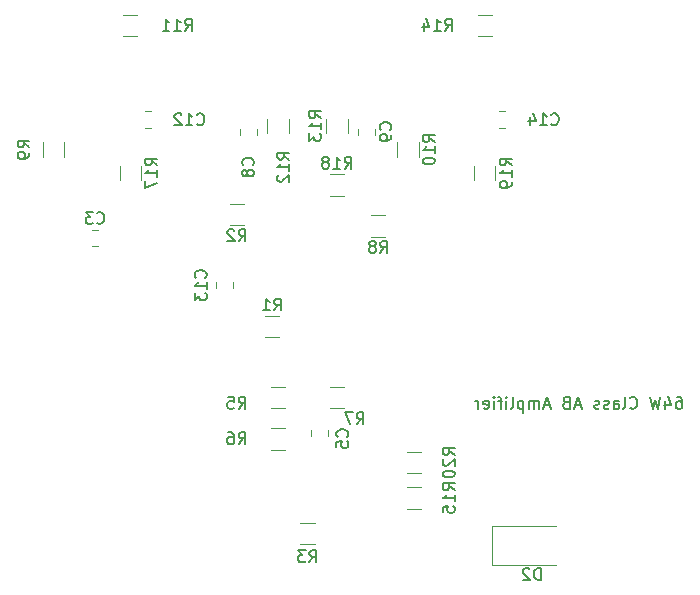
<source format=gbr>
G04 #@! TF.GenerationSoftware,KiCad,Pcbnew,(5.0.1)-3*
G04 #@! TF.CreationDate,2019-12-23T10:27:59+01:00*
G04 #@! TF.ProjectId,TDA2050 64W,54444132303530203634572E6B696361,rev?*
G04 #@! TF.SameCoordinates,PX68e7780PY7365040*
G04 #@! TF.FileFunction,Legend,Bot*
G04 #@! TF.FilePolarity,Positive*
%FSLAX46Y46*%
G04 Gerber Fmt 4.6, Leading zero omitted, Abs format (unit mm)*
G04 Created by KiCad (PCBNEW (5.0.1)-3) date 23/12/2019 10:27:59*
%MOMM*%
%LPD*%
G01*
G04 APERTURE LIST*
%ADD10C,0.200000*%
%ADD11C,0.120000*%
%ADD12C,0.150000*%
G04 APERTURE END LIST*
D10*
X66261904Y16547620D02*
X66452380Y16547620D01*
X66547619Y16500000D01*
X66595238Y16452381D01*
X66690476Y16309524D01*
X66738095Y16119048D01*
X66738095Y15738096D01*
X66690476Y15642858D01*
X66642857Y15595239D01*
X66547619Y15547620D01*
X66357142Y15547620D01*
X66261904Y15595239D01*
X66214285Y15642858D01*
X66166666Y15738096D01*
X66166666Y15976191D01*
X66214285Y16071429D01*
X66261904Y16119048D01*
X66357142Y16166667D01*
X66547619Y16166667D01*
X66642857Y16119048D01*
X66690476Y16071429D01*
X66738095Y15976191D01*
X65309523Y16214286D02*
X65309523Y15547620D01*
X65547619Y16595239D02*
X65785714Y15880953D01*
X65166666Y15880953D01*
X64880952Y16547620D02*
X64642857Y15547620D01*
X64452380Y16261905D01*
X64261904Y15547620D01*
X64023809Y16547620D01*
X62309523Y15642858D02*
X62357142Y15595239D01*
X62500000Y15547620D01*
X62595238Y15547620D01*
X62738095Y15595239D01*
X62833333Y15690477D01*
X62880952Y15785715D01*
X62928571Y15976191D01*
X62928571Y16119048D01*
X62880952Y16309524D01*
X62833333Y16404762D01*
X62738095Y16500000D01*
X62595238Y16547620D01*
X62500000Y16547620D01*
X62357142Y16500000D01*
X62309523Y16452381D01*
X61738095Y15547620D02*
X61833333Y15595239D01*
X61880952Y15690477D01*
X61880952Y16547620D01*
X60928571Y15547620D02*
X60928571Y16071429D01*
X60976190Y16166667D01*
X61071428Y16214286D01*
X61261904Y16214286D01*
X61357142Y16166667D01*
X60928571Y15595239D02*
X61023809Y15547620D01*
X61261904Y15547620D01*
X61357142Y15595239D01*
X61404761Y15690477D01*
X61404761Y15785715D01*
X61357142Y15880953D01*
X61261904Y15928572D01*
X61023809Y15928572D01*
X60928571Y15976191D01*
X60500000Y15595239D02*
X60404761Y15547620D01*
X60214285Y15547620D01*
X60119047Y15595239D01*
X60071428Y15690477D01*
X60071428Y15738096D01*
X60119047Y15833334D01*
X60214285Y15880953D01*
X60357142Y15880953D01*
X60452380Y15928572D01*
X60500000Y16023810D01*
X60500000Y16071429D01*
X60452380Y16166667D01*
X60357142Y16214286D01*
X60214285Y16214286D01*
X60119047Y16166667D01*
X59690476Y15595239D02*
X59595238Y15547620D01*
X59404761Y15547620D01*
X59309523Y15595239D01*
X59261904Y15690477D01*
X59261904Y15738096D01*
X59309523Y15833334D01*
X59404761Y15880953D01*
X59547619Y15880953D01*
X59642857Y15928572D01*
X59690476Y16023810D01*
X59690476Y16071429D01*
X59642857Y16166667D01*
X59547619Y16214286D01*
X59404761Y16214286D01*
X59309523Y16166667D01*
X58119047Y15833334D02*
X57642857Y15833334D01*
X58214285Y15547620D02*
X57880952Y16547620D01*
X57547619Y15547620D01*
X56880952Y16071429D02*
X56738095Y16023810D01*
X56690476Y15976191D01*
X56642857Y15880953D01*
X56642857Y15738096D01*
X56690476Y15642858D01*
X56738095Y15595239D01*
X56833333Y15547620D01*
X57214285Y15547620D01*
X57214285Y16547620D01*
X56880952Y16547620D01*
X56785714Y16500000D01*
X56738095Y16452381D01*
X56690476Y16357143D01*
X56690476Y16261905D01*
X56738095Y16166667D01*
X56785714Y16119048D01*
X56880952Y16071429D01*
X57214285Y16071429D01*
X55500000Y15833334D02*
X55023809Y15833334D01*
X55595238Y15547620D02*
X55261904Y16547620D01*
X54928571Y15547620D01*
X54595238Y15547620D02*
X54595238Y16214286D01*
X54595238Y16119048D02*
X54547619Y16166667D01*
X54452380Y16214286D01*
X54309523Y16214286D01*
X54214285Y16166667D01*
X54166666Y16071429D01*
X54166666Y15547620D01*
X54166666Y16071429D02*
X54119047Y16166667D01*
X54023809Y16214286D01*
X53880952Y16214286D01*
X53785714Y16166667D01*
X53738095Y16071429D01*
X53738095Y15547620D01*
X53261904Y16214286D02*
X53261904Y15214286D01*
X53261904Y16166667D02*
X53166666Y16214286D01*
X52976190Y16214286D01*
X52880952Y16166667D01*
X52833333Y16119048D01*
X52785714Y16023810D01*
X52785714Y15738096D01*
X52833333Y15642858D01*
X52880952Y15595239D01*
X52976190Y15547620D01*
X53166666Y15547620D01*
X53261904Y15595239D01*
X52214285Y15547620D02*
X52309523Y15595239D01*
X52357142Y15690477D01*
X52357142Y16547620D01*
X51833333Y15547620D02*
X51833333Y16214286D01*
X51833333Y16547620D02*
X51880952Y16500000D01*
X51833333Y16452381D01*
X51785714Y16500000D01*
X51833333Y16547620D01*
X51833333Y16452381D01*
X51500000Y16214286D02*
X51119047Y16214286D01*
X51357142Y15547620D02*
X51357142Y16404762D01*
X51309523Y16500000D01*
X51214285Y16547620D01*
X51119047Y16547620D01*
X50785714Y15547620D02*
X50785714Y16214286D01*
X50785714Y16547620D02*
X50833333Y16500000D01*
X50785714Y16452381D01*
X50738095Y16500000D01*
X50785714Y16547620D01*
X50785714Y16452381D01*
X49928571Y15595239D02*
X50023809Y15547620D01*
X50214285Y15547620D01*
X50309523Y15595239D01*
X50357142Y15690477D01*
X50357142Y16071429D01*
X50309523Y16166667D01*
X50214285Y16214286D01*
X50023809Y16214286D01*
X49928571Y16166667D01*
X49880952Y16071429D01*
X49880952Y15976191D01*
X50357142Y15880953D01*
X49452380Y15547620D02*
X49452380Y16214286D01*
X49452380Y16023810D02*
X49404761Y16119048D01*
X49357142Y16166667D01*
X49261904Y16214286D01*
X49166666Y16214286D01*
D11*
G04 #@! TO.C,C3*
X17258578Y30710000D02*
X16741422Y30710000D01*
X17258578Y29290000D02*
X16741422Y29290000D01*
G04 #@! TO.C,C5*
X35290000Y13241422D02*
X35290000Y13758578D01*
X36710000Y13241422D02*
X36710000Y13758578D01*
G04 #@! TO.C,C8*
X30710000Y38741422D02*
X30710000Y39258578D01*
X29290000Y38741422D02*
X29290000Y39258578D01*
G04 #@! TO.C,C9*
X39290000Y38741422D02*
X39290000Y39258578D01*
X40710000Y38741422D02*
X40710000Y39258578D01*
G04 #@! TO.C,C12*
X21758578Y40710000D02*
X21241422Y40710000D01*
X21758578Y39290000D02*
X21241422Y39290000D01*
G04 #@! TO.C,C13*
X28710000Y26258578D02*
X28710000Y25741422D01*
X27290000Y26258578D02*
X27290000Y25741422D01*
G04 #@! TO.C,C14*
X51758578Y40710000D02*
X51241422Y40710000D01*
X51758578Y39290000D02*
X51241422Y39290000D01*
G04 #@! TO.C,D2*
X50600000Y2350000D02*
X50600000Y5650000D01*
X50600000Y5650000D02*
X56000000Y5650000D01*
X50600000Y2350000D02*
X56000000Y2350000D01*
G04 #@! TO.C,R1*
X32602064Y23410000D02*
X31397936Y23410000D01*
X32602064Y21590000D02*
X31397936Y21590000D01*
G04 #@! TO.C,R2*
X28397936Y31090000D02*
X29602064Y31090000D01*
X28397936Y32910000D02*
X29602064Y32910000D01*
G04 #@! TO.C,R3*
X35602064Y5910000D02*
X34397936Y5910000D01*
X35602064Y4090000D02*
X34397936Y4090000D01*
G04 #@! TO.C,R5*
X31897936Y15590000D02*
X33102064Y15590000D01*
X31897936Y17410000D02*
X33102064Y17410000D01*
G04 #@! TO.C,R6*
X31897936Y12090000D02*
X33102064Y12090000D01*
X31897936Y13910000D02*
X33102064Y13910000D01*
G04 #@! TO.C,R7*
X36897936Y17410000D02*
X38102064Y17410000D01*
X36897936Y15590000D02*
X38102064Y15590000D01*
G04 #@! TO.C,R8*
X40397936Y31910000D02*
X41602064Y31910000D01*
X40397936Y30090000D02*
X41602064Y30090000D01*
G04 #@! TO.C,R9*
X12590000Y36897936D02*
X12590000Y38102064D01*
X14410000Y36897936D02*
X14410000Y38102064D01*
G04 #@! TO.C,R10*
X44410000Y36897936D02*
X44410000Y38102064D01*
X42590000Y36897936D02*
X42590000Y38102064D01*
G04 #@! TO.C,R11*
X20602064Y47090000D02*
X19397936Y47090000D01*
X20602064Y48910000D02*
X19397936Y48910000D01*
G04 #@! TO.C,R12*
X33410000Y40102064D02*
X33410000Y38897936D01*
X31590000Y40102064D02*
X31590000Y38897936D01*
G04 #@! TO.C,R13*
X38410000Y40102064D02*
X38410000Y38897936D01*
X36590000Y40102064D02*
X36590000Y38897936D01*
G04 #@! TO.C,R14*
X50602064Y47090000D02*
X49397936Y47090000D01*
X50602064Y48910000D02*
X49397936Y48910000D01*
G04 #@! TO.C,R15*
X44602064Y8910000D02*
X43397936Y8910000D01*
X44602064Y7090000D02*
X43397936Y7090000D01*
G04 #@! TO.C,R17*
X20910000Y34897936D02*
X20910000Y36102064D01*
X19090000Y34897936D02*
X19090000Y36102064D01*
G04 #@! TO.C,R18*
X38102064Y35410000D02*
X36897936Y35410000D01*
X38102064Y33590000D02*
X36897936Y33590000D01*
G04 #@! TO.C,R19*
X50910000Y34897936D02*
X50910000Y36102064D01*
X49090000Y34897936D02*
X49090000Y36102064D01*
G04 #@! TO.C,R20*
X43397936Y11910000D02*
X44602064Y11910000D01*
X43397936Y10090000D02*
X44602064Y10090000D01*
G04 #@! TO.C,C3*
D12*
X17166666Y31292858D02*
X17214285Y31245239D01*
X17357142Y31197620D01*
X17452380Y31197620D01*
X17595238Y31245239D01*
X17690476Y31340477D01*
X17738095Y31435715D01*
X17785714Y31626191D01*
X17785714Y31769048D01*
X17738095Y31959524D01*
X17690476Y32054762D01*
X17595238Y32150000D01*
X17452380Y32197620D01*
X17357142Y32197620D01*
X17214285Y32150000D01*
X17166666Y32102381D01*
X16833333Y32197620D02*
X16214285Y32197620D01*
X16547619Y31816667D01*
X16404761Y31816667D01*
X16309523Y31769048D01*
X16261904Y31721429D01*
X16214285Y31626191D01*
X16214285Y31388096D01*
X16261904Y31292858D01*
X16309523Y31245239D01*
X16404761Y31197620D01*
X16690476Y31197620D01*
X16785714Y31245239D01*
X16833333Y31292858D01*
G04 #@! TO.C,C5*
X38357142Y13166667D02*
X38404761Y13214286D01*
X38452380Y13357143D01*
X38452380Y13452381D01*
X38404761Y13595239D01*
X38309523Y13690477D01*
X38214285Y13738096D01*
X38023809Y13785715D01*
X37880952Y13785715D01*
X37690476Y13738096D01*
X37595238Y13690477D01*
X37500000Y13595239D01*
X37452380Y13452381D01*
X37452380Y13357143D01*
X37500000Y13214286D01*
X37547619Y13166667D01*
X37452380Y12261905D02*
X37452380Y12738096D01*
X37928571Y12785715D01*
X37880952Y12738096D01*
X37833333Y12642858D01*
X37833333Y12404762D01*
X37880952Y12309524D01*
X37928571Y12261905D01*
X38023809Y12214286D01*
X38261904Y12214286D01*
X38357142Y12261905D01*
X38404761Y12309524D01*
X38452380Y12404762D01*
X38452380Y12642858D01*
X38404761Y12738096D01*
X38357142Y12785715D01*
G04 #@! TO.C,C8*
X30357142Y36166667D02*
X30404761Y36214286D01*
X30452380Y36357143D01*
X30452380Y36452381D01*
X30404761Y36595239D01*
X30309523Y36690477D01*
X30214285Y36738096D01*
X30023809Y36785715D01*
X29880952Y36785715D01*
X29690476Y36738096D01*
X29595238Y36690477D01*
X29500000Y36595239D01*
X29452380Y36452381D01*
X29452380Y36357143D01*
X29500000Y36214286D01*
X29547619Y36166667D01*
X29880952Y35595239D02*
X29833333Y35690477D01*
X29785714Y35738096D01*
X29690476Y35785715D01*
X29642857Y35785715D01*
X29547619Y35738096D01*
X29500000Y35690477D01*
X29452380Y35595239D01*
X29452380Y35404762D01*
X29500000Y35309524D01*
X29547619Y35261905D01*
X29642857Y35214286D01*
X29690476Y35214286D01*
X29785714Y35261905D01*
X29833333Y35309524D01*
X29880952Y35404762D01*
X29880952Y35595239D01*
X29928571Y35690477D01*
X29976190Y35738096D01*
X30071428Y35785715D01*
X30261904Y35785715D01*
X30357142Y35738096D01*
X30404761Y35690477D01*
X30452380Y35595239D01*
X30452380Y35404762D01*
X30404761Y35309524D01*
X30357142Y35261905D01*
X30261904Y35214286D01*
X30071428Y35214286D01*
X29976190Y35261905D01*
X29928571Y35309524D01*
X29880952Y35404762D01*
G04 #@! TO.C,C9*
X42007142Y39166667D02*
X42054761Y39214286D01*
X42102380Y39357143D01*
X42102380Y39452381D01*
X42054761Y39595239D01*
X41959523Y39690477D01*
X41864285Y39738096D01*
X41673809Y39785715D01*
X41530952Y39785715D01*
X41340476Y39738096D01*
X41245238Y39690477D01*
X41150000Y39595239D01*
X41102380Y39452381D01*
X41102380Y39357143D01*
X41150000Y39214286D01*
X41197619Y39166667D01*
X42102380Y38690477D02*
X42102380Y38500000D01*
X42054761Y38404762D01*
X42007142Y38357143D01*
X41864285Y38261905D01*
X41673809Y38214286D01*
X41292857Y38214286D01*
X41197619Y38261905D01*
X41150000Y38309524D01*
X41102380Y38404762D01*
X41102380Y38595239D01*
X41150000Y38690477D01*
X41197619Y38738096D01*
X41292857Y38785715D01*
X41530952Y38785715D01*
X41626190Y38738096D01*
X41673809Y38690477D01*
X41721428Y38595239D01*
X41721428Y38404762D01*
X41673809Y38309524D01*
X41626190Y38261905D01*
X41530952Y38214286D01*
G04 #@! TO.C,C12*
X25642857Y39642858D02*
X25690476Y39595239D01*
X25833333Y39547620D01*
X25928571Y39547620D01*
X26071428Y39595239D01*
X26166666Y39690477D01*
X26214285Y39785715D01*
X26261904Y39976191D01*
X26261904Y40119048D01*
X26214285Y40309524D01*
X26166666Y40404762D01*
X26071428Y40500000D01*
X25928571Y40547620D01*
X25833333Y40547620D01*
X25690476Y40500000D01*
X25642857Y40452381D01*
X24690476Y39547620D02*
X25261904Y39547620D01*
X24976190Y39547620D02*
X24976190Y40547620D01*
X25071428Y40404762D01*
X25166666Y40309524D01*
X25261904Y40261905D01*
X24309523Y40452381D02*
X24261904Y40500000D01*
X24166666Y40547620D01*
X23928571Y40547620D01*
X23833333Y40500000D01*
X23785714Y40452381D01*
X23738095Y40357143D01*
X23738095Y40261905D01*
X23785714Y40119048D01*
X24357142Y39547620D01*
X23738095Y39547620D01*
G04 #@! TO.C,C13*
X26357142Y26642858D02*
X26404761Y26690477D01*
X26452380Y26833334D01*
X26452380Y26928572D01*
X26404761Y27071429D01*
X26309523Y27166667D01*
X26214285Y27214286D01*
X26023809Y27261905D01*
X25880952Y27261905D01*
X25690476Y27214286D01*
X25595238Y27166667D01*
X25500000Y27071429D01*
X25452380Y26928572D01*
X25452380Y26833334D01*
X25500000Y26690477D01*
X25547619Y26642858D01*
X26452380Y25690477D02*
X26452380Y26261905D01*
X26452380Y25976191D02*
X25452380Y25976191D01*
X25595238Y26071429D01*
X25690476Y26166667D01*
X25738095Y26261905D01*
X25452380Y25357143D02*
X25452380Y24738096D01*
X25833333Y25071429D01*
X25833333Y24928572D01*
X25880952Y24833334D01*
X25928571Y24785715D01*
X26023809Y24738096D01*
X26261904Y24738096D01*
X26357142Y24785715D01*
X26404761Y24833334D01*
X26452380Y24928572D01*
X26452380Y25214286D01*
X26404761Y25309524D01*
X26357142Y25357143D01*
G04 #@! TO.C,C14*
X55642857Y39642858D02*
X55690476Y39595239D01*
X55833333Y39547620D01*
X55928571Y39547620D01*
X56071428Y39595239D01*
X56166666Y39690477D01*
X56214285Y39785715D01*
X56261904Y39976191D01*
X56261904Y40119048D01*
X56214285Y40309524D01*
X56166666Y40404762D01*
X56071428Y40500000D01*
X55928571Y40547620D01*
X55833333Y40547620D01*
X55690476Y40500000D01*
X55642857Y40452381D01*
X54690476Y39547620D02*
X55261904Y39547620D01*
X54976190Y39547620D02*
X54976190Y40547620D01*
X55071428Y40404762D01*
X55166666Y40309524D01*
X55261904Y40261905D01*
X53833333Y40214286D02*
X53833333Y39547620D01*
X54071428Y40595239D02*
X54309523Y39880953D01*
X53690476Y39880953D01*
G04 #@! TO.C,D2*
X54738095Y1047620D02*
X54738095Y2047620D01*
X54500000Y2047620D01*
X54357142Y2000000D01*
X54261904Y1904762D01*
X54214285Y1809524D01*
X54166666Y1619048D01*
X54166666Y1476191D01*
X54214285Y1285715D01*
X54261904Y1190477D01*
X54357142Y1095239D01*
X54500000Y1047620D01*
X54738095Y1047620D01*
X53785714Y1952381D02*
X53738095Y2000000D01*
X53642857Y2047620D01*
X53404761Y2047620D01*
X53309523Y2000000D01*
X53261904Y1952381D01*
X53214285Y1857143D01*
X53214285Y1761905D01*
X53261904Y1619048D01*
X53833333Y1047620D01*
X53214285Y1047620D01*
G04 #@! TO.C,R1*
X32166666Y23867620D02*
X32500000Y24343810D01*
X32738095Y23867620D02*
X32738095Y24867620D01*
X32357142Y24867620D01*
X32261904Y24820000D01*
X32214285Y24772381D01*
X32166666Y24677143D01*
X32166666Y24534286D01*
X32214285Y24439048D01*
X32261904Y24391429D01*
X32357142Y24343810D01*
X32738095Y24343810D01*
X31214285Y23867620D02*
X31785714Y23867620D01*
X31500000Y23867620D02*
X31500000Y24867620D01*
X31595238Y24724762D01*
X31690476Y24629524D01*
X31785714Y24581905D01*
G04 #@! TO.C,R2*
X29166666Y29727620D02*
X29500000Y30203810D01*
X29738095Y29727620D02*
X29738095Y30727620D01*
X29357142Y30727620D01*
X29261904Y30680000D01*
X29214285Y30632381D01*
X29166666Y30537143D01*
X29166666Y30394286D01*
X29214285Y30299048D01*
X29261904Y30251429D01*
X29357142Y30203810D01*
X29738095Y30203810D01*
X28785714Y30632381D02*
X28738095Y30680000D01*
X28642857Y30727620D01*
X28404761Y30727620D01*
X28309523Y30680000D01*
X28261904Y30632381D01*
X28214285Y30537143D01*
X28214285Y30441905D01*
X28261904Y30299048D01*
X28833333Y29727620D01*
X28214285Y29727620D01*
G04 #@! TO.C,R3*
X35166666Y2547620D02*
X35500000Y3023810D01*
X35738095Y2547620D02*
X35738095Y3547620D01*
X35357142Y3547620D01*
X35261904Y3500000D01*
X35214285Y3452381D01*
X35166666Y3357143D01*
X35166666Y3214286D01*
X35214285Y3119048D01*
X35261904Y3071429D01*
X35357142Y3023810D01*
X35738095Y3023810D01*
X34833333Y3547620D02*
X34214285Y3547620D01*
X34547619Y3166667D01*
X34404761Y3166667D01*
X34309523Y3119048D01*
X34261904Y3071429D01*
X34214285Y2976191D01*
X34214285Y2738096D01*
X34261904Y2642858D01*
X34309523Y2595239D01*
X34404761Y2547620D01*
X34690476Y2547620D01*
X34785714Y2595239D01*
X34833333Y2642858D01*
G04 #@! TO.C,R5*
X29166666Y15547620D02*
X29500000Y16023810D01*
X29738095Y15547620D02*
X29738095Y16547620D01*
X29357142Y16547620D01*
X29261904Y16500000D01*
X29214285Y16452381D01*
X29166666Y16357143D01*
X29166666Y16214286D01*
X29214285Y16119048D01*
X29261904Y16071429D01*
X29357142Y16023810D01*
X29738095Y16023810D01*
X28261904Y16547620D02*
X28738095Y16547620D01*
X28785714Y16071429D01*
X28738095Y16119048D01*
X28642857Y16166667D01*
X28404761Y16166667D01*
X28309523Y16119048D01*
X28261904Y16071429D01*
X28214285Y15976191D01*
X28214285Y15738096D01*
X28261904Y15642858D01*
X28309523Y15595239D01*
X28404761Y15547620D01*
X28642857Y15547620D01*
X28738095Y15595239D01*
X28785714Y15642858D01*
G04 #@! TO.C,R6*
X29166666Y12547620D02*
X29500000Y13023810D01*
X29738095Y12547620D02*
X29738095Y13547620D01*
X29357142Y13547620D01*
X29261904Y13500000D01*
X29214285Y13452381D01*
X29166666Y13357143D01*
X29166666Y13214286D01*
X29214285Y13119048D01*
X29261904Y13071429D01*
X29357142Y13023810D01*
X29738095Y13023810D01*
X28309523Y13547620D02*
X28500000Y13547620D01*
X28595238Y13500000D01*
X28642857Y13452381D01*
X28738095Y13309524D01*
X28785714Y13119048D01*
X28785714Y12738096D01*
X28738095Y12642858D01*
X28690476Y12595239D01*
X28595238Y12547620D01*
X28404761Y12547620D01*
X28309523Y12595239D01*
X28261904Y12642858D01*
X28214285Y12738096D01*
X28214285Y12976191D01*
X28261904Y13071429D01*
X28309523Y13119048D01*
X28404761Y13166667D01*
X28595238Y13166667D01*
X28690476Y13119048D01*
X28738095Y13071429D01*
X28785714Y12976191D01*
G04 #@! TO.C,R7*
X39166666Y14227620D02*
X39500000Y14703810D01*
X39738095Y14227620D02*
X39738095Y15227620D01*
X39357142Y15227620D01*
X39261904Y15180000D01*
X39214285Y15132381D01*
X39166666Y15037143D01*
X39166666Y14894286D01*
X39214285Y14799048D01*
X39261904Y14751429D01*
X39357142Y14703810D01*
X39738095Y14703810D01*
X38833333Y15227620D02*
X38166666Y15227620D01*
X38595238Y14227620D01*
G04 #@! TO.C,R8*
X41166666Y28727620D02*
X41500000Y29203810D01*
X41738095Y28727620D02*
X41738095Y29727620D01*
X41357142Y29727620D01*
X41261904Y29680000D01*
X41214285Y29632381D01*
X41166666Y29537143D01*
X41166666Y29394286D01*
X41214285Y29299048D01*
X41261904Y29251429D01*
X41357142Y29203810D01*
X41738095Y29203810D01*
X40595238Y29299048D02*
X40690476Y29346667D01*
X40738095Y29394286D01*
X40785714Y29489524D01*
X40785714Y29537143D01*
X40738095Y29632381D01*
X40690476Y29680000D01*
X40595238Y29727620D01*
X40404761Y29727620D01*
X40309523Y29680000D01*
X40261904Y29632381D01*
X40214285Y29537143D01*
X40214285Y29489524D01*
X40261904Y29394286D01*
X40309523Y29346667D01*
X40404761Y29299048D01*
X40595238Y29299048D01*
X40690476Y29251429D01*
X40738095Y29203810D01*
X40785714Y29108572D01*
X40785714Y28918096D01*
X40738095Y28822858D01*
X40690476Y28775239D01*
X40595238Y28727620D01*
X40404761Y28727620D01*
X40309523Y28775239D01*
X40261904Y28822858D01*
X40214285Y28918096D01*
X40214285Y29108572D01*
X40261904Y29203810D01*
X40309523Y29251429D01*
X40404761Y29299048D01*
G04 #@! TO.C,R9*
X11452380Y37666667D02*
X10976190Y38000000D01*
X11452380Y38238096D02*
X10452380Y38238096D01*
X10452380Y37857143D01*
X10500000Y37761905D01*
X10547619Y37714286D01*
X10642857Y37666667D01*
X10785714Y37666667D01*
X10880952Y37714286D01*
X10928571Y37761905D01*
X10976190Y37857143D01*
X10976190Y38238096D01*
X11452380Y37190477D02*
X11452380Y37000000D01*
X11404761Y36904762D01*
X11357142Y36857143D01*
X11214285Y36761905D01*
X11023809Y36714286D01*
X10642857Y36714286D01*
X10547619Y36761905D01*
X10500000Y36809524D01*
X10452380Y36904762D01*
X10452380Y37095239D01*
X10500000Y37190477D01*
X10547619Y37238096D01*
X10642857Y37285715D01*
X10880952Y37285715D01*
X10976190Y37238096D01*
X11023809Y37190477D01*
X11071428Y37095239D01*
X11071428Y36904762D01*
X11023809Y36809524D01*
X10976190Y36761905D01*
X10880952Y36714286D01*
G04 #@! TO.C,R10*
X45772380Y38142858D02*
X45296190Y38476191D01*
X45772380Y38714286D02*
X44772380Y38714286D01*
X44772380Y38333334D01*
X44820000Y38238096D01*
X44867619Y38190477D01*
X44962857Y38142858D01*
X45105714Y38142858D01*
X45200952Y38190477D01*
X45248571Y38238096D01*
X45296190Y38333334D01*
X45296190Y38714286D01*
X45772380Y37190477D02*
X45772380Y37761905D01*
X45772380Y37476191D02*
X44772380Y37476191D01*
X44915238Y37571429D01*
X45010476Y37666667D01*
X45058095Y37761905D01*
X44772380Y36571429D02*
X44772380Y36476191D01*
X44820000Y36380953D01*
X44867619Y36333334D01*
X44962857Y36285715D01*
X45153333Y36238096D01*
X45391428Y36238096D01*
X45581904Y36285715D01*
X45677142Y36333334D01*
X45724761Y36380953D01*
X45772380Y36476191D01*
X45772380Y36571429D01*
X45724761Y36666667D01*
X45677142Y36714286D01*
X45581904Y36761905D01*
X45391428Y36809524D01*
X45153333Y36809524D01*
X44962857Y36761905D01*
X44867619Y36714286D01*
X44820000Y36666667D01*
X44772380Y36571429D01*
G04 #@! TO.C,R11*
X24642857Y47547620D02*
X24976190Y48023810D01*
X25214285Y47547620D02*
X25214285Y48547620D01*
X24833333Y48547620D01*
X24738095Y48500000D01*
X24690476Y48452381D01*
X24642857Y48357143D01*
X24642857Y48214286D01*
X24690476Y48119048D01*
X24738095Y48071429D01*
X24833333Y48023810D01*
X25214285Y48023810D01*
X23690476Y47547620D02*
X24261904Y47547620D01*
X23976190Y47547620D02*
X23976190Y48547620D01*
X24071428Y48404762D01*
X24166666Y48309524D01*
X24261904Y48261905D01*
X22738095Y47547620D02*
X23309523Y47547620D01*
X23023809Y47547620D02*
X23023809Y48547620D01*
X23119047Y48404762D01*
X23214285Y48309524D01*
X23309523Y48261905D01*
G04 #@! TO.C,R12*
X33452380Y36642858D02*
X32976190Y36976191D01*
X33452380Y37214286D02*
X32452380Y37214286D01*
X32452380Y36833334D01*
X32500000Y36738096D01*
X32547619Y36690477D01*
X32642857Y36642858D01*
X32785714Y36642858D01*
X32880952Y36690477D01*
X32928571Y36738096D01*
X32976190Y36833334D01*
X32976190Y37214286D01*
X33452380Y35690477D02*
X33452380Y36261905D01*
X33452380Y35976191D02*
X32452380Y35976191D01*
X32595238Y36071429D01*
X32690476Y36166667D01*
X32738095Y36261905D01*
X32547619Y35309524D02*
X32500000Y35261905D01*
X32452380Y35166667D01*
X32452380Y34928572D01*
X32500000Y34833334D01*
X32547619Y34785715D01*
X32642857Y34738096D01*
X32738095Y34738096D01*
X32880952Y34785715D01*
X33452380Y35357143D01*
X33452380Y34738096D01*
G04 #@! TO.C,R13*
X36132380Y40142858D02*
X35656190Y40476191D01*
X36132380Y40714286D02*
X35132380Y40714286D01*
X35132380Y40333334D01*
X35180000Y40238096D01*
X35227619Y40190477D01*
X35322857Y40142858D01*
X35465714Y40142858D01*
X35560952Y40190477D01*
X35608571Y40238096D01*
X35656190Y40333334D01*
X35656190Y40714286D01*
X36132380Y39190477D02*
X36132380Y39761905D01*
X36132380Y39476191D02*
X35132380Y39476191D01*
X35275238Y39571429D01*
X35370476Y39666667D01*
X35418095Y39761905D01*
X35132380Y38857143D02*
X35132380Y38238096D01*
X35513333Y38571429D01*
X35513333Y38428572D01*
X35560952Y38333334D01*
X35608571Y38285715D01*
X35703809Y38238096D01*
X35941904Y38238096D01*
X36037142Y38285715D01*
X36084761Y38333334D01*
X36132380Y38428572D01*
X36132380Y38714286D01*
X36084761Y38809524D01*
X36037142Y38857143D01*
G04 #@! TO.C,R14*
X46642857Y47547620D02*
X46976190Y48023810D01*
X47214285Y47547620D02*
X47214285Y48547620D01*
X46833333Y48547620D01*
X46738095Y48500000D01*
X46690476Y48452381D01*
X46642857Y48357143D01*
X46642857Y48214286D01*
X46690476Y48119048D01*
X46738095Y48071429D01*
X46833333Y48023810D01*
X47214285Y48023810D01*
X45690476Y47547620D02*
X46261904Y47547620D01*
X45976190Y47547620D02*
X45976190Y48547620D01*
X46071428Y48404762D01*
X46166666Y48309524D01*
X46261904Y48261905D01*
X44833333Y48214286D02*
X44833333Y47547620D01*
X45071428Y48595239D02*
X45309523Y47880953D01*
X44690476Y47880953D01*
G04 #@! TO.C,R15*
X47452380Y8642858D02*
X46976190Y8976191D01*
X47452380Y9214286D02*
X46452380Y9214286D01*
X46452380Y8833334D01*
X46500000Y8738096D01*
X46547619Y8690477D01*
X46642857Y8642858D01*
X46785714Y8642858D01*
X46880952Y8690477D01*
X46928571Y8738096D01*
X46976190Y8833334D01*
X46976190Y9214286D01*
X47452380Y7690477D02*
X47452380Y8261905D01*
X47452380Y7976191D02*
X46452380Y7976191D01*
X46595238Y8071429D01*
X46690476Y8166667D01*
X46738095Y8261905D01*
X46452380Y6785715D02*
X46452380Y7261905D01*
X46928571Y7309524D01*
X46880952Y7261905D01*
X46833333Y7166667D01*
X46833333Y6928572D01*
X46880952Y6833334D01*
X46928571Y6785715D01*
X47023809Y6738096D01*
X47261904Y6738096D01*
X47357142Y6785715D01*
X47404761Y6833334D01*
X47452380Y6928572D01*
X47452380Y7166667D01*
X47404761Y7261905D01*
X47357142Y7309524D01*
G04 #@! TO.C,R17*
X22272380Y36142858D02*
X21796190Y36476191D01*
X22272380Y36714286D02*
X21272380Y36714286D01*
X21272380Y36333334D01*
X21320000Y36238096D01*
X21367619Y36190477D01*
X21462857Y36142858D01*
X21605714Y36142858D01*
X21700952Y36190477D01*
X21748571Y36238096D01*
X21796190Y36333334D01*
X21796190Y36714286D01*
X22272380Y35190477D02*
X22272380Y35761905D01*
X22272380Y35476191D02*
X21272380Y35476191D01*
X21415238Y35571429D01*
X21510476Y35666667D01*
X21558095Y35761905D01*
X21272380Y34857143D02*
X21272380Y34190477D01*
X22272380Y34619048D01*
G04 #@! TO.C,R18*
X38142857Y35867620D02*
X38476190Y36343810D01*
X38714285Y35867620D02*
X38714285Y36867620D01*
X38333333Y36867620D01*
X38238095Y36820000D01*
X38190476Y36772381D01*
X38142857Y36677143D01*
X38142857Y36534286D01*
X38190476Y36439048D01*
X38238095Y36391429D01*
X38333333Y36343810D01*
X38714285Y36343810D01*
X37190476Y35867620D02*
X37761904Y35867620D01*
X37476190Y35867620D02*
X37476190Y36867620D01*
X37571428Y36724762D01*
X37666666Y36629524D01*
X37761904Y36581905D01*
X36619047Y36439048D02*
X36714285Y36486667D01*
X36761904Y36534286D01*
X36809523Y36629524D01*
X36809523Y36677143D01*
X36761904Y36772381D01*
X36714285Y36820000D01*
X36619047Y36867620D01*
X36428571Y36867620D01*
X36333333Y36820000D01*
X36285714Y36772381D01*
X36238095Y36677143D01*
X36238095Y36629524D01*
X36285714Y36534286D01*
X36333333Y36486667D01*
X36428571Y36439048D01*
X36619047Y36439048D01*
X36714285Y36391429D01*
X36761904Y36343810D01*
X36809523Y36248572D01*
X36809523Y36058096D01*
X36761904Y35962858D01*
X36714285Y35915239D01*
X36619047Y35867620D01*
X36428571Y35867620D01*
X36333333Y35915239D01*
X36285714Y35962858D01*
X36238095Y36058096D01*
X36238095Y36248572D01*
X36285714Y36343810D01*
X36333333Y36391429D01*
X36428571Y36439048D01*
G04 #@! TO.C,R19*
X52272380Y36142858D02*
X51796190Y36476191D01*
X52272380Y36714286D02*
X51272380Y36714286D01*
X51272380Y36333334D01*
X51320000Y36238096D01*
X51367619Y36190477D01*
X51462857Y36142858D01*
X51605714Y36142858D01*
X51700952Y36190477D01*
X51748571Y36238096D01*
X51796190Y36333334D01*
X51796190Y36714286D01*
X52272380Y35190477D02*
X52272380Y35761905D01*
X52272380Y35476191D02*
X51272380Y35476191D01*
X51415238Y35571429D01*
X51510476Y35666667D01*
X51558095Y35761905D01*
X52272380Y34714286D02*
X52272380Y34523810D01*
X52224761Y34428572D01*
X52177142Y34380953D01*
X52034285Y34285715D01*
X51843809Y34238096D01*
X51462857Y34238096D01*
X51367619Y34285715D01*
X51320000Y34333334D01*
X51272380Y34428572D01*
X51272380Y34619048D01*
X51320000Y34714286D01*
X51367619Y34761905D01*
X51462857Y34809524D01*
X51700952Y34809524D01*
X51796190Y34761905D01*
X51843809Y34714286D01*
X51891428Y34619048D01*
X51891428Y34428572D01*
X51843809Y34333334D01*
X51796190Y34285715D01*
X51700952Y34238096D01*
G04 #@! TO.C,R20*
X47452380Y11642858D02*
X46976190Y11976191D01*
X47452380Y12214286D02*
X46452380Y12214286D01*
X46452380Y11833334D01*
X46500000Y11738096D01*
X46547619Y11690477D01*
X46642857Y11642858D01*
X46785714Y11642858D01*
X46880952Y11690477D01*
X46928571Y11738096D01*
X46976190Y11833334D01*
X46976190Y12214286D01*
X46547619Y11261905D02*
X46500000Y11214286D01*
X46452380Y11119048D01*
X46452380Y10880953D01*
X46500000Y10785715D01*
X46547619Y10738096D01*
X46642857Y10690477D01*
X46738095Y10690477D01*
X46880952Y10738096D01*
X47452380Y11309524D01*
X47452380Y10690477D01*
X46452380Y10071429D02*
X46452380Y9976191D01*
X46500000Y9880953D01*
X46547619Y9833334D01*
X46642857Y9785715D01*
X46833333Y9738096D01*
X47071428Y9738096D01*
X47261904Y9785715D01*
X47357142Y9833334D01*
X47404761Y9880953D01*
X47452380Y9976191D01*
X47452380Y10071429D01*
X47404761Y10166667D01*
X47357142Y10214286D01*
X47261904Y10261905D01*
X47071428Y10309524D01*
X46833333Y10309524D01*
X46642857Y10261905D01*
X46547619Y10214286D01*
X46500000Y10166667D01*
X46452380Y10071429D01*
G04 #@! TD*
M02*

</source>
